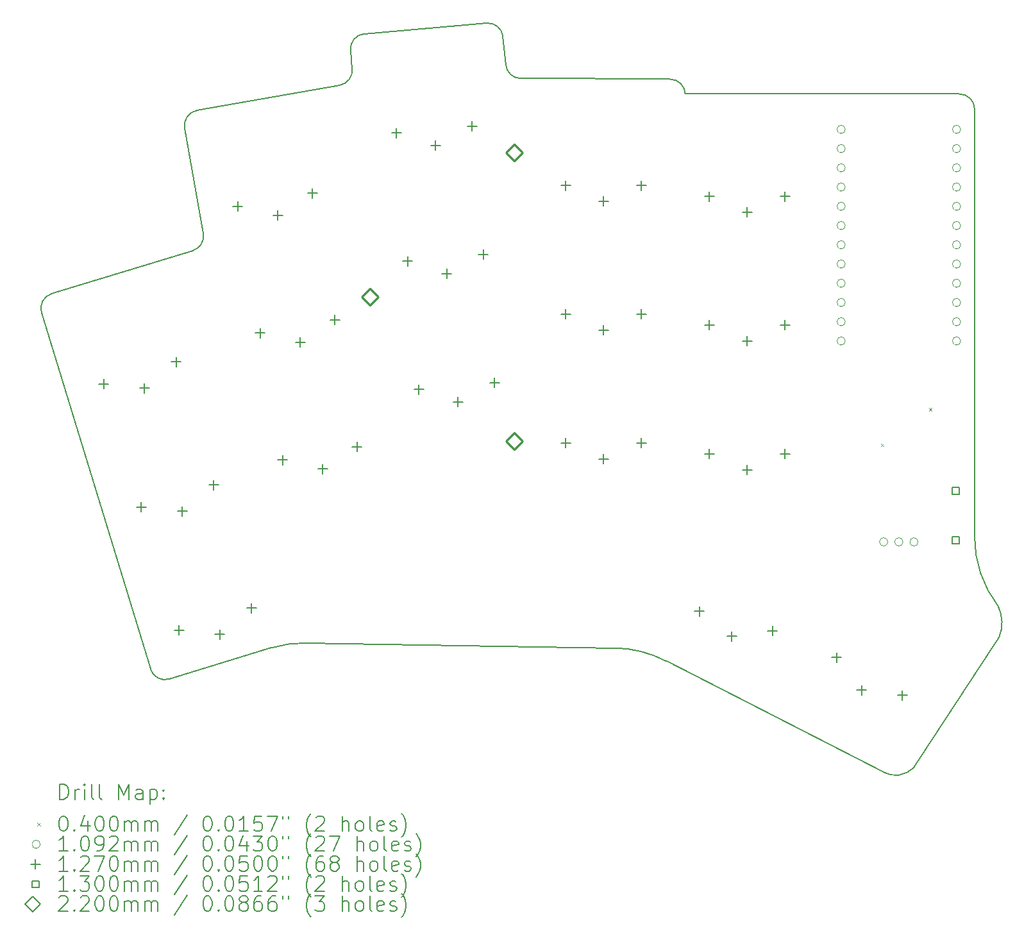
<source format=gbr>
%FSLAX45Y45*%
G04 Gerber Fmt 4.5, Leading zero omitted, Abs format (unit mm)*
G04 Created by KiCad (PCBNEW (6.0.4)) date 2022-05-01 21:13:50*
%MOMM*%
%LPD*%
G01*
G04 APERTURE LIST*
%TA.AperFunction,Profile*%
%ADD10C,0.150000*%
%TD*%
%ADD11C,0.200000*%
%ADD12C,0.040000*%
%ADD13C,0.109220*%
%ADD14C,0.127000*%
%ADD15C,0.130000*%
%ADD16C,0.220000*%
G04 APERTURE END LIST*
D10*
X10251727Y11883106D02*
G75*
G03*
X10450959Y11700537I199233J17424D01*
G01*
X8058800Y11611548D02*
G75*
G03*
X8223309Y11825945I-34731J196962D01*
G01*
X16763999Y4318001D02*
G75*
G03*
X16752859Y4733046I-472509J194990D01*
G01*
X16441111Y5648503D02*
G75*
G03*
X16752859Y4733046I1499999J-3D01*
G01*
X6012082Y11047576D02*
X6257677Y9654738D01*
X11692239Y4180264D02*
X7614896Y4246738D01*
X8383412Y12290698D02*
X9997248Y12431891D01*
X5559296Y3903629D02*
G75*
G03*
X5809038Y3770844I191264J58481D01*
G01*
X5809038Y3770844D02*
X7151887Y4181395D01*
X12620653Y11496648D02*
X14451046Y11496648D01*
X16241109Y11496648D02*
X14451046Y11496648D01*
X10450959Y11700537D02*
X12420716Y11691648D01*
X7614896Y4246737D02*
G75*
G03*
X7151887Y4181395I-24457J-1499797D01*
G01*
X4120834Y8608651D02*
X5559303Y3903631D01*
X10213921Y12250083D02*
G75*
G03*
X9997248Y12431891I-199241J-17433D01*
G01*
X6174314Y11279267D02*
G75*
G03*
X6012083Y11047576I34730J-196961D01*
G01*
X15635421Y2598579D02*
X16764000Y4318000D01*
X12374670Y4003461D02*
G75*
G03*
X11692239Y4180264I-706880J-1323001D01*
G01*
X15240000Y2540000D02*
X12374669Y4003459D01*
X12620656Y11496648D02*
G75*
G03*
X12420716Y11691648I-199936J-4998D01*
G01*
X15239997Y2539995D02*
G75*
G03*
X15635421Y2598579I158233J295765D01*
G01*
X4253621Y8858386D02*
G75*
G03*
X4120834Y8608650I58475J-191261D01*
G01*
X10213918Y12250083D02*
X10251720Y11883106D01*
X6174314Y11279267D02*
X8058800Y11611553D01*
X6119189Y9428752D02*
G75*
G03*
X6257677Y9654738I-58469J191258D01*
G01*
X8383413Y12290696D02*
G75*
G03*
X8201605Y12074028I17427J-199236D01*
G01*
X4253621Y8858386D02*
X6119190Y9428748D01*
X8223309Y11825945D02*
X8201605Y12074028D01*
X16441108Y11296648D02*
G75*
G03*
X16241109Y11496648I-199998J2D01*
G01*
X16441109Y5648503D02*
X16441109Y11296648D01*
D11*
D12*
X15202220Y6880540D02*
X15242220Y6840540D01*
X15242220Y6880540D02*
X15202220Y6840540D01*
X15837220Y7350440D02*
X15877220Y7310440D01*
X15877220Y7350440D02*
X15837220Y7310440D01*
D13*
X14733719Y11028648D02*
G75*
G03*
X14733719Y11028648I-54610J0D01*
G01*
X14733719Y10774648D02*
G75*
G03*
X14733719Y10774648I-54610J0D01*
G01*
X14733719Y10520648D02*
G75*
G03*
X14733719Y10520648I-54610J0D01*
G01*
X14733719Y10266648D02*
G75*
G03*
X14733719Y10266648I-54610J0D01*
G01*
X14733719Y10012648D02*
G75*
G03*
X14733719Y10012648I-54610J0D01*
G01*
X14733719Y9758648D02*
G75*
G03*
X14733719Y9758648I-54610J0D01*
G01*
X14733719Y9504648D02*
G75*
G03*
X14733719Y9504648I-54610J0D01*
G01*
X14733719Y9250648D02*
G75*
G03*
X14733719Y9250648I-54610J0D01*
G01*
X14733719Y8996648D02*
G75*
G03*
X14733719Y8996648I-54610J0D01*
G01*
X14733719Y8742648D02*
G75*
G03*
X14733719Y8742648I-54610J0D01*
G01*
X14733719Y8488648D02*
G75*
G03*
X14733719Y8488648I-54610J0D01*
G01*
X14733719Y8234648D02*
G75*
G03*
X14733719Y8234648I-54610J0D01*
G01*
X15295719Y5581648D02*
G75*
G03*
X15295719Y5581648I-54610J0D01*
G01*
X15495719Y5581648D02*
G75*
G03*
X15495719Y5581648I-54610J0D01*
G01*
X15695719Y5581648D02*
G75*
G03*
X15695719Y5581648I-54610J0D01*
G01*
X16257719Y11028648D02*
G75*
G03*
X16257719Y11028648I-54610J0D01*
G01*
X16257719Y10774648D02*
G75*
G03*
X16257719Y10774648I-54610J0D01*
G01*
X16257719Y10520648D02*
G75*
G03*
X16257719Y10520648I-54610J0D01*
G01*
X16257719Y10266648D02*
G75*
G03*
X16257719Y10266648I-54610J0D01*
G01*
X16257719Y10012648D02*
G75*
G03*
X16257719Y10012648I-54610J0D01*
G01*
X16257719Y9758648D02*
G75*
G03*
X16257719Y9758648I-54610J0D01*
G01*
X16257719Y9504648D02*
G75*
G03*
X16257719Y9504648I-54610J0D01*
G01*
X16257719Y9250648D02*
G75*
G03*
X16257719Y9250648I-54610J0D01*
G01*
X16257719Y8996648D02*
G75*
G03*
X16257719Y8996648I-54610J0D01*
G01*
X16257719Y8742648D02*
G75*
G03*
X16257719Y8742648I-54610J0D01*
G01*
X16257719Y8488648D02*
G75*
G03*
X16257719Y8488648I-54610J0D01*
G01*
X16257719Y8234648D02*
G75*
G03*
X16257719Y8234648I-54610J0D01*
G01*
D14*
X4941853Y7731073D02*
X4941853Y7604073D01*
X4878353Y7667573D02*
X5005353Y7667573D01*
X5438885Y6105354D02*
X5438885Y5978354D01*
X5375385Y6041854D02*
X5502385Y6041854D01*
X5481404Y7676434D02*
X5481404Y7549434D01*
X5417904Y7612934D02*
X5544904Y7612934D01*
X5481404Y7676434D02*
X5481404Y7549434D01*
X5417904Y7612934D02*
X5544904Y7612934D01*
X5898158Y8023444D02*
X5898158Y7896444D01*
X5834658Y7959944D02*
X5961658Y7959944D01*
X5935917Y4479636D02*
X5935917Y4352636D01*
X5872417Y4416136D02*
X5999417Y4416136D01*
X5978435Y6050716D02*
X5978435Y5923716D01*
X5914935Y5987216D02*
X6041935Y5987216D01*
X5978435Y6050716D02*
X5978435Y5923716D01*
X5914935Y5987216D02*
X6041935Y5987216D01*
X6395190Y6397726D02*
X6395190Y6270726D01*
X6331690Y6334226D02*
X6458690Y6334226D01*
X6475467Y4424998D02*
X6475467Y4297998D01*
X6411967Y4361498D02*
X6538967Y4361498D01*
X6475467Y4424998D02*
X6475467Y4297998D01*
X6411967Y4361498D02*
X6538967Y4361498D01*
X6712293Y10076956D02*
X6712293Y9949956D01*
X6648793Y10013456D02*
X6775793Y10013456D01*
X6892222Y4772008D02*
X6892222Y4645008D01*
X6828722Y4708508D02*
X6955722Y4708508D01*
X7007495Y8402783D02*
X7007495Y8275782D01*
X6943995Y8339282D02*
X7070995Y8339282D01*
X7241163Y9956970D02*
X7241163Y9829970D01*
X7177663Y9893470D02*
X7304663Y9893470D01*
X7241163Y9956970D02*
X7241163Y9829970D01*
X7177663Y9893470D02*
X7304663Y9893470D01*
X7302697Y6728609D02*
X7302697Y6601609D01*
X7239197Y6665109D02*
X7366197Y6665109D01*
X7536365Y8282797D02*
X7536365Y8155797D01*
X7472865Y8219297D02*
X7599865Y8219297D01*
X7536365Y8282797D02*
X7536365Y8155797D01*
X7472865Y8219297D02*
X7599865Y8219297D01*
X7697101Y10250604D02*
X7697101Y10123604D01*
X7633601Y10187104D02*
X7760601Y10187104D01*
X7831567Y6608624D02*
X7831567Y6481624D01*
X7768067Y6545124D02*
X7895067Y6545124D01*
X7831567Y6608624D02*
X7831567Y6481624D01*
X7768067Y6545124D02*
X7895067Y6545124D01*
X7992303Y8576431D02*
X7992303Y8449431D01*
X7928803Y8512931D02*
X8055803Y8512931D01*
X8287505Y6902257D02*
X8287505Y6775257D01*
X8224005Y6838757D02*
X8351005Y6838757D01*
X8809021Y11046316D02*
X8809021Y10919316D01*
X8745521Y10982816D02*
X8872521Y10982816D01*
X8957186Y9352785D02*
X8957186Y9225785D01*
X8893686Y9289285D02*
X9020686Y9289285D01*
X9105351Y7659254D02*
X9105351Y7532254D01*
X9041851Y7595754D02*
X9168851Y7595754D01*
X9325422Y10880693D02*
X9325422Y10753693D01*
X9261922Y10817193D02*
X9388922Y10817193D01*
X9325422Y10880693D02*
X9325422Y10753693D01*
X9261922Y10817193D02*
X9388922Y10817193D01*
X9473586Y9187162D02*
X9473586Y9060162D01*
X9410086Y9123662D02*
X9537086Y9123662D01*
X9473586Y9187162D02*
X9473586Y9060162D01*
X9410086Y9123662D02*
X9537086Y9123662D01*
X9621751Y7493631D02*
X9621751Y7366631D01*
X9558251Y7430131D02*
X9685251Y7430131D01*
X9621751Y7493631D02*
X9621751Y7366631D01*
X9558251Y7430131D02*
X9685251Y7430131D01*
X9805216Y11133472D02*
X9805216Y11006472D01*
X9741716Y11069972D02*
X9868716Y11069972D01*
X9953381Y9439941D02*
X9953381Y9312941D01*
X9889881Y9376441D02*
X10016881Y9376441D01*
X10101546Y7746410D02*
X10101546Y7619410D01*
X10038046Y7682910D02*
X10165046Y7682910D01*
X11041109Y10352102D02*
X11041109Y10225102D01*
X10977609Y10288602D02*
X11104609Y10288602D01*
X11041109Y8652102D02*
X11041109Y8525102D01*
X10977609Y8588602D02*
X11104609Y8588602D01*
X11041109Y6952102D02*
X11041109Y6825102D01*
X10977609Y6888602D02*
X11104609Y6888602D01*
X11541109Y10142102D02*
X11541109Y10015102D01*
X11477609Y10078602D02*
X11604609Y10078602D01*
X11541109Y10142102D02*
X11541109Y10015102D01*
X11477609Y10078602D02*
X11604609Y10078602D01*
X11541109Y8442102D02*
X11541109Y8315102D01*
X11477609Y8378602D02*
X11604609Y8378602D01*
X11541109Y8442102D02*
X11541109Y8315102D01*
X11477609Y8378602D02*
X11604609Y8378602D01*
X11541109Y6742102D02*
X11541109Y6615102D01*
X11477609Y6678602D02*
X11604609Y6678602D01*
X11541109Y6742102D02*
X11541109Y6615102D01*
X11477609Y6678602D02*
X11604609Y6678602D01*
X12041109Y10352102D02*
X12041109Y10225102D01*
X11977609Y10288602D02*
X12104609Y10288602D01*
X12041109Y8652102D02*
X12041109Y8525102D01*
X11977609Y8588602D02*
X12104609Y8588602D01*
X12041109Y6952102D02*
X12041109Y6825102D01*
X11977609Y6888602D02*
X12104609Y6888602D01*
X12807790Y4729732D02*
X12807790Y4602732D01*
X12744290Y4666232D02*
X12871290Y4666232D01*
X12937776Y10208129D02*
X12937776Y10081129D01*
X12874276Y10144629D02*
X13001276Y10144629D01*
X12937776Y8508129D02*
X12937776Y8381129D01*
X12874276Y8444629D02*
X13001276Y8444629D01*
X12937776Y6808129D02*
X12937776Y6681129D01*
X12874276Y6744629D02*
X13001276Y6744629D01*
X13236401Y4397478D02*
X13236401Y4270478D01*
X13172901Y4333978D02*
X13299901Y4333978D01*
X13236401Y4397478D02*
X13236401Y4270478D01*
X13172901Y4333978D02*
X13299901Y4333978D01*
X13437776Y9998129D02*
X13437776Y9871129D01*
X13374276Y9934629D02*
X13501276Y9934629D01*
X13437776Y9998129D02*
X13437776Y9871129D01*
X13374276Y9934629D02*
X13501276Y9934629D01*
X13437776Y8298129D02*
X13437776Y8171129D01*
X13374276Y8234629D02*
X13501276Y8234629D01*
X13437776Y8298129D02*
X13437776Y8171129D01*
X13374276Y8234629D02*
X13501276Y8234629D01*
X13437776Y6598129D02*
X13437776Y6471129D01*
X13374276Y6534629D02*
X13501276Y6534629D01*
X13437776Y6598129D02*
X13437776Y6471129D01*
X13374276Y6534629D02*
X13501276Y6534629D01*
X13773716Y4470913D02*
X13773716Y4343913D01*
X13710216Y4407413D02*
X13837216Y4407413D01*
X13937776Y10208129D02*
X13937776Y10081129D01*
X13874276Y10144629D02*
X14001276Y10144629D01*
X13937776Y8508129D02*
X13937776Y8381129D01*
X13874276Y8444629D02*
X14001276Y8444629D01*
X13937776Y6808129D02*
X13937776Y6681129D01*
X13874276Y6744629D02*
X14001276Y6744629D01*
X14619852Y4120432D02*
X14619852Y3993432D01*
X14556352Y4056932D02*
X14683352Y4056932D01*
X14947864Y3688566D02*
X14947864Y3561566D01*
X14884364Y3625066D02*
X15011364Y3625066D01*
X14947864Y3688566D02*
X14947864Y3561566D01*
X14884364Y3625066D02*
X15011364Y3625066D01*
X15485877Y3620432D02*
X15485877Y3493432D01*
X15422377Y3556932D02*
X15549377Y3556932D01*
D15*
X16237071Y6210686D02*
X16237071Y6302611D01*
X16145146Y6302611D01*
X16145146Y6210686D01*
X16237071Y6210686D01*
X16237071Y5560686D02*
X16237071Y5652611D01*
X16145146Y5652611D01*
X16145146Y5560686D01*
X16237071Y5560686D01*
D16*
X8458200Y8703800D02*
X8568200Y8813800D01*
X8458200Y8923800D01*
X8348200Y8813800D01*
X8458200Y8703800D01*
X10363200Y10608800D02*
X10473200Y10718800D01*
X10363200Y10828800D01*
X10253200Y10718800D01*
X10363200Y10608800D01*
X10363200Y6798800D02*
X10473200Y6908800D01*
X10363200Y7018800D01*
X10253200Y6908800D01*
X10363200Y6798800D01*
D11*
X4362214Y2182352D02*
X4362214Y2382352D01*
X4409833Y2382352D01*
X4438405Y2372828D01*
X4457452Y2353780D01*
X4466976Y2334733D01*
X4476500Y2296637D01*
X4476500Y2268066D01*
X4466976Y2229971D01*
X4457452Y2210923D01*
X4438405Y2191875D01*
X4409833Y2182352D01*
X4362214Y2182352D01*
X4562214Y2182352D02*
X4562214Y2315685D01*
X4562214Y2277590D02*
X4571738Y2296637D01*
X4581262Y2306161D01*
X4600309Y2315685D01*
X4619357Y2315685D01*
X4686024Y2182352D02*
X4686024Y2315685D01*
X4686024Y2382352D02*
X4676500Y2372828D01*
X4686024Y2363304D01*
X4695547Y2372828D01*
X4686024Y2382352D01*
X4686024Y2363304D01*
X4809833Y2182352D02*
X4790785Y2191875D01*
X4781262Y2210923D01*
X4781262Y2382352D01*
X4914595Y2182352D02*
X4895547Y2191875D01*
X4886024Y2210923D01*
X4886024Y2382352D01*
X5143166Y2182352D02*
X5143166Y2382352D01*
X5209833Y2239494D01*
X5276500Y2382352D01*
X5276500Y2182352D01*
X5457452Y2182352D02*
X5457452Y2287114D01*
X5447928Y2306161D01*
X5428881Y2315685D01*
X5390785Y2315685D01*
X5371738Y2306161D01*
X5457452Y2191875D02*
X5438405Y2182352D01*
X5390785Y2182352D01*
X5371738Y2191875D01*
X5362214Y2210923D01*
X5362214Y2229971D01*
X5371738Y2249018D01*
X5390785Y2258542D01*
X5438405Y2258542D01*
X5457452Y2268066D01*
X5552690Y2315685D02*
X5552690Y2115685D01*
X5552690Y2306161D02*
X5571738Y2315685D01*
X5609833Y2315685D01*
X5628881Y2306161D01*
X5638404Y2296637D01*
X5647928Y2277590D01*
X5647928Y2220447D01*
X5638404Y2201399D01*
X5628881Y2191875D01*
X5609833Y2182352D01*
X5571738Y2182352D01*
X5552690Y2191875D01*
X5733643Y2201399D02*
X5743166Y2191875D01*
X5733643Y2182352D01*
X5724119Y2191875D01*
X5733643Y2201399D01*
X5733643Y2182352D01*
X5733643Y2306161D02*
X5743166Y2296637D01*
X5733643Y2287114D01*
X5724119Y2296637D01*
X5733643Y2306161D01*
X5733643Y2287114D01*
D12*
X4064595Y1872828D02*
X4104595Y1832828D01*
X4104595Y1872828D02*
X4064595Y1832828D01*
D11*
X4400309Y1962352D02*
X4419357Y1962352D01*
X4438405Y1952828D01*
X4447928Y1943304D01*
X4457452Y1924256D01*
X4466976Y1886161D01*
X4466976Y1838542D01*
X4457452Y1800447D01*
X4447928Y1781399D01*
X4438405Y1771875D01*
X4419357Y1762352D01*
X4400309Y1762352D01*
X4381262Y1771875D01*
X4371738Y1781399D01*
X4362214Y1800447D01*
X4352690Y1838542D01*
X4352690Y1886161D01*
X4362214Y1924256D01*
X4371738Y1943304D01*
X4381262Y1952828D01*
X4400309Y1962352D01*
X4552690Y1781399D02*
X4562214Y1771875D01*
X4552690Y1762352D01*
X4543166Y1771875D01*
X4552690Y1781399D01*
X4552690Y1762352D01*
X4733643Y1895685D02*
X4733643Y1762352D01*
X4686024Y1971875D02*
X4638405Y1829018D01*
X4762214Y1829018D01*
X4876500Y1962352D02*
X4895547Y1962352D01*
X4914595Y1952828D01*
X4924119Y1943304D01*
X4933643Y1924256D01*
X4943166Y1886161D01*
X4943166Y1838542D01*
X4933643Y1800447D01*
X4924119Y1781399D01*
X4914595Y1771875D01*
X4895547Y1762352D01*
X4876500Y1762352D01*
X4857452Y1771875D01*
X4847928Y1781399D01*
X4838405Y1800447D01*
X4828881Y1838542D01*
X4828881Y1886161D01*
X4838405Y1924256D01*
X4847928Y1943304D01*
X4857452Y1952828D01*
X4876500Y1962352D01*
X5066976Y1962352D02*
X5086024Y1962352D01*
X5105071Y1952828D01*
X5114595Y1943304D01*
X5124119Y1924256D01*
X5133643Y1886161D01*
X5133643Y1838542D01*
X5124119Y1800447D01*
X5114595Y1781399D01*
X5105071Y1771875D01*
X5086024Y1762352D01*
X5066976Y1762352D01*
X5047928Y1771875D01*
X5038405Y1781399D01*
X5028881Y1800447D01*
X5019357Y1838542D01*
X5019357Y1886161D01*
X5028881Y1924256D01*
X5038405Y1943304D01*
X5047928Y1952828D01*
X5066976Y1962352D01*
X5219357Y1762352D02*
X5219357Y1895685D01*
X5219357Y1876637D02*
X5228881Y1886161D01*
X5247928Y1895685D01*
X5276500Y1895685D01*
X5295547Y1886161D01*
X5305071Y1867113D01*
X5305071Y1762352D01*
X5305071Y1867113D02*
X5314595Y1886161D01*
X5333643Y1895685D01*
X5362214Y1895685D01*
X5381262Y1886161D01*
X5390785Y1867113D01*
X5390785Y1762352D01*
X5486024Y1762352D02*
X5486024Y1895685D01*
X5486024Y1876637D02*
X5495547Y1886161D01*
X5514595Y1895685D01*
X5543166Y1895685D01*
X5562214Y1886161D01*
X5571738Y1867113D01*
X5571738Y1762352D01*
X5571738Y1867113D02*
X5581262Y1886161D01*
X5600309Y1895685D01*
X5628881Y1895685D01*
X5647928Y1886161D01*
X5657452Y1867113D01*
X5657452Y1762352D01*
X6047928Y1971875D02*
X5876500Y1714732D01*
X6305071Y1962352D02*
X6324119Y1962352D01*
X6343166Y1952828D01*
X6352690Y1943304D01*
X6362214Y1924256D01*
X6371738Y1886161D01*
X6371738Y1838542D01*
X6362214Y1800447D01*
X6352690Y1781399D01*
X6343166Y1771875D01*
X6324119Y1762352D01*
X6305071Y1762352D01*
X6286023Y1771875D01*
X6276500Y1781399D01*
X6266976Y1800447D01*
X6257452Y1838542D01*
X6257452Y1886161D01*
X6266976Y1924256D01*
X6276500Y1943304D01*
X6286023Y1952828D01*
X6305071Y1962352D01*
X6457452Y1781399D02*
X6466976Y1771875D01*
X6457452Y1762352D01*
X6447928Y1771875D01*
X6457452Y1781399D01*
X6457452Y1762352D01*
X6590785Y1962352D02*
X6609833Y1962352D01*
X6628881Y1952828D01*
X6638404Y1943304D01*
X6647928Y1924256D01*
X6657452Y1886161D01*
X6657452Y1838542D01*
X6647928Y1800447D01*
X6638404Y1781399D01*
X6628881Y1771875D01*
X6609833Y1762352D01*
X6590785Y1762352D01*
X6571738Y1771875D01*
X6562214Y1781399D01*
X6552690Y1800447D01*
X6543166Y1838542D01*
X6543166Y1886161D01*
X6552690Y1924256D01*
X6562214Y1943304D01*
X6571738Y1952828D01*
X6590785Y1962352D01*
X6847928Y1762352D02*
X6733643Y1762352D01*
X6790785Y1762352D02*
X6790785Y1962352D01*
X6771738Y1933780D01*
X6752690Y1914732D01*
X6733643Y1905209D01*
X7028881Y1962352D02*
X6933643Y1962352D01*
X6924119Y1867113D01*
X6933643Y1876637D01*
X6952690Y1886161D01*
X7000309Y1886161D01*
X7019357Y1876637D01*
X7028881Y1867113D01*
X7038404Y1848066D01*
X7038404Y1800447D01*
X7028881Y1781399D01*
X7019357Y1771875D01*
X7000309Y1762352D01*
X6952690Y1762352D01*
X6933643Y1771875D01*
X6924119Y1781399D01*
X7105071Y1962352D02*
X7238404Y1962352D01*
X7152690Y1762352D01*
X7305071Y1962352D02*
X7305071Y1924256D01*
X7381262Y1962352D02*
X7381262Y1924256D01*
X7676500Y1686161D02*
X7666976Y1695685D01*
X7647928Y1724256D01*
X7638404Y1743304D01*
X7628881Y1771875D01*
X7619357Y1819494D01*
X7619357Y1857590D01*
X7628881Y1905209D01*
X7638404Y1933780D01*
X7647928Y1952828D01*
X7666976Y1981399D01*
X7676500Y1990923D01*
X7743166Y1943304D02*
X7752690Y1952828D01*
X7771738Y1962352D01*
X7819357Y1962352D01*
X7838404Y1952828D01*
X7847928Y1943304D01*
X7857452Y1924256D01*
X7857452Y1905209D01*
X7847928Y1876637D01*
X7733643Y1762352D01*
X7857452Y1762352D01*
X8095547Y1762352D02*
X8095547Y1962352D01*
X8181262Y1762352D02*
X8181262Y1867113D01*
X8171738Y1886161D01*
X8152690Y1895685D01*
X8124119Y1895685D01*
X8105071Y1886161D01*
X8095547Y1876637D01*
X8305071Y1762352D02*
X8286023Y1771875D01*
X8276500Y1781399D01*
X8266976Y1800447D01*
X8266976Y1857590D01*
X8276500Y1876637D01*
X8286023Y1886161D01*
X8305071Y1895685D01*
X8333643Y1895685D01*
X8352690Y1886161D01*
X8362214Y1876637D01*
X8371738Y1857590D01*
X8371738Y1800447D01*
X8362214Y1781399D01*
X8352690Y1771875D01*
X8333643Y1762352D01*
X8305071Y1762352D01*
X8486024Y1762352D02*
X8466976Y1771875D01*
X8457452Y1790923D01*
X8457452Y1962352D01*
X8638405Y1771875D02*
X8619357Y1762352D01*
X8581262Y1762352D01*
X8562214Y1771875D01*
X8552690Y1790923D01*
X8552690Y1867113D01*
X8562214Y1886161D01*
X8581262Y1895685D01*
X8619357Y1895685D01*
X8638405Y1886161D01*
X8647928Y1867113D01*
X8647928Y1848066D01*
X8552690Y1829018D01*
X8724119Y1771875D02*
X8743166Y1762352D01*
X8781262Y1762352D01*
X8800309Y1771875D01*
X8809833Y1790923D01*
X8809833Y1800447D01*
X8800309Y1819494D01*
X8781262Y1829018D01*
X8752690Y1829018D01*
X8733643Y1838542D01*
X8724119Y1857590D01*
X8724119Y1867113D01*
X8733643Y1886161D01*
X8752690Y1895685D01*
X8781262Y1895685D01*
X8800309Y1886161D01*
X8876500Y1686161D02*
X8886024Y1695685D01*
X8905071Y1724256D01*
X8914595Y1743304D01*
X8924119Y1771875D01*
X8933643Y1819494D01*
X8933643Y1857590D01*
X8924119Y1905209D01*
X8914595Y1933780D01*
X8905071Y1952828D01*
X8886024Y1981399D01*
X8876500Y1990923D01*
D13*
X4104595Y1588828D02*
G75*
G03*
X4104595Y1588828I-54610J0D01*
G01*
D11*
X4466976Y1498352D02*
X4352690Y1498352D01*
X4409833Y1498352D02*
X4409833Y1698352D01*
X4390785Y1669780D01*
X4371738Y1650732D01*
X4352690Y1641209D01*
X4552690Y1517399D02*
X4562214Y1507875D01*
X4552690Y1498352D01*
X4543166Y1507875D01*
X4552690Y1517399D01*
X4552690Y1498352D01*
X4686024Y1698352D02*
X4705071Y1698352D01*
X4724119Y1688828D01*
X4733643Y1679304D01*
X4743166Y1660256D01*
X4752690Y1622161D01*
X4752690Y1574542D01*
X4743166Y1536447D01*
X4733643Y1517399D01*
X4724119Y1507875D01*
X4705071Y1498352D01*
X4686024Y1498352D01*
X4666976Y1507875D01*
X4657452Y1517399D01*
X4647928Y1536447D01*
X4638405Y1574542D01*
X4638405Y1622161D01*
X4647928Y1660256D01*
X4657452Y1679304D01*
X4666976Y1688828D01*
X4686024Y1698352D01*
X4847928Y1498352D02*
X4886024Y1498352D01*
X4905071Y1507875D01*
X4914595Y1517399D01*
X4933643Y1545971D01*
X4943166Y1584066D01*
X4943166Y1660256D01*
X4933643Y1679304D01*
X4924119Y1688828D01*
X4905071Y1698352D01*
X4866976Y1698352D01*
X4847928Y1688828D01*
X4838405Y1679304D01*
X4828881Y1660256D01*
X4828881Y1612637D01*
X4838405Y1593590D01*
X4847928Y1584066D01*
X4866976Y1574542D01*
X4905071Y1574542D01*
X4924119Y1584066D01*
X4933643Y1593590D01*
X4943166Y1612637D01*
X5019357Y1679304D02*
X5028881Y1688828D01*
X5047928Y1698352D01*
X5095547Y1698352D01*
X5114595Y1688828D01*
X5124119Y1679304D01*
X5133643Y1660256D01*
X5133643Y1641209D01*
X5124119Y1612637D01*
X5009833Y1498352D01*
X5133643Y1498352D01*
X5219357Y1498352D02*
X5219357Y1631685D01*
X5219357Y1612637D02*
X5228881Y1622161D01*
X5247928Y1631685D01*
X5276500Y1631685D01*
X5295547Y1622161D01*
X5305071Y1603113D01*
X5305071Y1498352D01*
X5305071Y1603113D02*
X5314595Y1622161D01*
X5333643Y1631685D01*
X5362214Y1631685D01*
X5381262Y1622161D01*
X5390785Y1603113D01*
X5390785Y1498352D01*
X5486024Y1498352D02*
X5486024Y1631685D01*
X5486024Y1612637D02*
X5495547Y1622161D01*
X5514595Y1631685D01*
X5543166Y1631685D01*
X5562214Y1622161D01*
X5571738Y1603113D01*
X5571738Y1498352D01*
X5571738Y1603113D02*
X5581262Y1622161D01*
X5600309Y1631685D01*
X5628881Y1631685D01*
X5647928Y1622161D01*
X5657452Y1603113D01*
X5657452Y1498352D01*
X6047928Y1707875D02*
X5876500Y1450732D01*
X6305071Y1698352D02*
X6324119Y1698352D01*
X6343166Y1688828D01*
X6352690Y1679304D01*
X6362214Y1660256D01*
X6371738Y1622161D01*
X6371738Y1574542D01*
X6362214Y1536447D01*
X6352690Y1517399D01*
X6343166Y1507875D01*
X6324119Y1498352D01*
X6305071Y1498352D01*
X6286023Y1507875D01*
X6276500Y1517399D01*
X6266976Y1536447D01*
X6257452Y1574542D01*
X6257452Y1622161D01*
X6266976Y1660256D01*
X6276500Y1679304D01*
X6286023Y1688828D01*
X6305071Y1698352D01*
X6457452Y1517399D02*
X6466976Y1507875D01*
X6457452Y1498352D01*
X6447928Y1507875D01*
X6457452Y1517399D01*
X6457452Y1498352D01*
X6590785Y1698352D02*
X6609833Y1698352D01*
X6628881Y1688828D01*
X6638404Y1679304D01*
X6647928Y1660256D01*
X6657452Y1622161D01*
X6657452Y1574542D01*
X6647928Y1536447D01*
X6638404Y1517399D01*
X6628881Y1507875D01*
X6609833Y1498352D01*
X6590785Y1498352D01*
X6571738Y1507875D01*
X6562214Y1517399D01*
X6552690Y1536447D01*
X6543166Y1574542D01*
X6543166Y1622161D01*
X6552690Y1660256D01*
X6562214Y1679304D01*
X6571738Y1688828D01*
X6590785Y1698352D01*
X6828881Y1631685D02*
X6828881Y1498352D01*
X6781262Y1707875D02*
X6733643Y1565018D01*
X6857452Y1565018D01*
X6914595Y1698352D02*
X7038404Y1698352D01*
X6971738Y1622161D01*
X7000309Y1622161D01*
X7019357Y1612637D01*
X7028881Y1603113D01*
X7038404Y1584066D01*
X7038404Y1536447D01*
X7028881Y1517399D01*
X7019357Y1507875D01*
X7000309Y1498352D01*
X6943166Y1498352D01*
X6924119Y1507875D01*
X6914595Y1517399D01*
X7162214Y1698352D02*
X7181262Y1698352D01*
X7200309Y1688828D01*
X7209833Y1679304D01*
X7219357Y1660256D01*
X7228881Y1622161D01*
X7228881Y1574542D01*
X7219357Y1536447D01*
X7209833Y1517399D01*
X7200309Y1507875D01*
X7181262Y1498352D01*
X7162214Y1498352D01*
X7143166Y1507875D01*
X7133643Y1517399D01*
X7124119Y1536447D01*
X7114595Y1574542D01*
X7114595Y1622161D01*
X7124119Y1660256D01*
X7133643Y1679304D01*
X7143166Y1688828D01*
X7162214Y1698352D01*
X7305071Y1698352D02*
X7305071Y1660256D01*
X7381262Y1698352D02*
X7381262Y1660256D01*
X7676500Y1422161D02*
X7666976Y1431685D01*
X7647928Y1460256D01*
X7638404Y1479304D01*
X7628881Y1507875D01*
X7619357Y1555494D01*
X7619357Y1593590D01*
X7628881Y1641209D01*
X7638404Y1669780D01*
X7647928Y1688828D01*
X7666976Y1717399D01*
X7676500Y1726923D01*
X7743166Y1679304D02*
X7752690Y1688828D01*
X7771738Y1698352D01*
X7819357Y1698352D01*
X7838404Y1688828D01*
X7847928Y1679304D01*
X7857452Y1660256D01*
X7857452Y1641209D01*
X7847928Y1612637D01*
X7733643Y1498352D01*
X7857452Y1498352D01*
X7924119Y1698352D02*
X8057452Y1698352D01*
X7971738Y1498352D01*
X8286023Y1498352D02*
X8286023Y1698352D01*
X8371738Y1498352D02*
X8371738Y1603113D01*
X8362214Y1622161D01*
X8343166Y1631685D01*
X8314595Y1631685D01*
X8295547Y1622161D01*
X8286023Y1612637D01*
X8495547Y1498352D02*
X8476500Y1507875D01*
X8466976Y1517399D01*
X8457452Y1536447D01*
X8457452Y1593590D01*
X8466976Y1612637D01*
X8476500Y1622161D01*
X8495547Y1631685D01*
X8524119Y1631685D01*
X8543166Y1622161D01*
X8552690Y1612637D01*
X8562214Y1593590D01*
X8562214Y1536447D01*
X8552690Y1517399D01*
X8543166Y1507875D01*
X8524119Y1498352D01*
X8495547Y1498352D01*
X8676500Y1498352D02*
X8657452Y1507875D01*
X8647928Y1526923D01*
X8647928Y1698352D01*
X8828881Y1507875D02*
X8809833Y1498352D01*
X8771738Y1498352D01*
X8752690Y1507875D01*
X8743166Y1526923D01*
X8743166Y1603113D01*
X8752690Y1622161D01*
X8771738Y1631685D01*
X8809833Y1631685D01*
X8828881Y1622161D01*
X8838405Y1603113D01*
X8838405Y1584066D01*
X8743166Y1565018D01*
X8914595Y1507875D02*
X8933643Y1498352D01*
X8971738Y1498352D01*
X8990785Y1507875D01*
X9000309Y1526923D01*
X9000309Y1536447D01*
X8990785Y1555494D01*
X8971738Y1565018D01*
X8943166Y1565018D01*
X8924119Y1574542D01*
X8914595Y1593590D01*
X8914595Y1603113D01*
X8924119Y1622161D01*
X8943166Y1631685D01*
X8971738Y1631685D01*
X8990785Y1622161D01*
X9066976Y1422161D02*
X9076500Y1431685D01*
X9095547Y1460256D01*
X9105071Y1479304D01*
X9114595Y1507875D01*
X9124119Y1555494D01*
X9124119Y1593590D01*
X9114595Y1641209D01*
X9105071Y1669780D01*
X9095547Y1688828D01*
X9076500Y1717399D01*
X9066976Y1726923D01*
D14*
X4041095Y1388328D02*
X4041095Y1261328D01*
X3977595Y1324828D02*
X4104595Y1324828D01*
D11*
X4466976Y1234352D02*
X4352690Y1234352D01*
X4409833Y1234352D02*
X4409833Y1434352D01*
X4390785Y1405780D01*
X4371738Y1386733D01*
X4352690Y1377209D01*
X4552690Y1253399D02*
X4562214Y1243875D01*
X4552690Y1234352D01*
X4543166Y1243875D01*
X4552690Y1253399D01*
X4552690Y1234352D01*
X4638405Y1415304D02*
X4647928Y1424828D01*
X4666976Y1434352D01*
X4714595Y1434352D01*
X4733643Y1424828D01*
X4743166Y1415304D01*
X4752690Y1396256D01*
X4752690Y1377209D01*
X4743166Y1348637D01*
X4628881Y1234352D01*
X4752690Y1234352D01*
X4819357Y1434352D02*
X4952690Y1434352D01*
X4866976Y1234352D01*
X5066976Y1434352D02*
X5086024Y1434352D01*
X5105071Y1424828D01*
X5114595Y1415304D01*
X5124119Y1396256D01*
X5133643Y1358161D01*
X5133643Y1310542D01*
X5124119Y1272447D01*
X5114595Y1253399D01*
X5105071Y1243875D01*
X5086024Y1234352D01*
X5066976Y1234352D01*
X5047928Y1243875D01*
X5038405Y1253399D01*
X5028881Y1272447D01*
X5019357Y1310542D01*
X5019357Y1358161D01*
X5028881Y1396256D01*
X5038405Y1415304D01*
X5047928Y1424828D01*
X5066976Y1434352D01*
X5219357Y1234352D02*
X5219357Y1367685D01*
X5219357Y1348637D02*
X5228881Y1358161D01*
X5247928Y1367685D01*
X5276500Y1367685D01*
X5295547Y1358161D01*
X5305071Y1339114D01*
X5305071Y1234352D01*
X5305071Y1339114D02*
X5314595Y1358161D01*
X5333643Y1367685D01*
X5362214Y1367685D01*
X5381262Y1358161D01*
X5390785Y1339114D01*
X5390785Y1234352D01*
X5486024Y1234352D02*
X5486024Y1367685D01*
X5486024Y1348637D02*
X5495547Y1358161D01*
X5514595Y1367685D01*
X5543166Y1367685D01*
X5562214Y1358161D01*
X5571738Y1339114D01*
X5571738Y1234352D01*
X5571738Y1339114D02*
X5581262Y1358161D01*
X5600309Y1367685D01*
X5628881Y1367685D01*
X5647928Y1358161D01*
X5657452Y1339114D01*
X5657452Y1234352D01*
X6047928Y1443875D02*
X5876500Y1186733D01*
X6305071Y1434352D02*
X6324119Y1434352D01*
X6343166Y1424828D01*
X6352690Y1415304D01*
X6362214Y1396256D01*
X6371738Y1358161D01*
X6371738Y1310542D01*
X6362214Y1272447D01*
X6352690Y1253399D01*
X6343166Y1243875D01*
X6324119Y1234352D01*
X6305071Y1234352D01*
X6286023Y1243875D01*
X6276500Y1253399D01*
X6266976Y1272447D01*
X6257452Y1310542D01*
X6257452Y1358161D01*
X6266976Y1396256D01*
X6276500Y1415304D01*
X6286023Y1424828D01*
X6305071Y1434352D01*
X6457452Y1253399D02*
X6466976Y1243875D01*
X6457452Y1234352D01*
X6447928Y1243875D01*
X6457452Y1253399D01*
X6457452Y1234352D01*
X6590785Y1434352D02*
X6609833Y1434352D01*
X6628881Y1424828D01*
X6638404Y1415304D01*
X6647928Y1396256D01*
X6657452Y1358161D01*
X6657452Y1310542D01*
X6647928Y1272447D01*
X6638404Y1253399D01*
X6628881Y1243875D01*
X6609833Y1234352D01*
X6590785Y1234352D01*
X6571738Y1243875D01*
X6562214Y1253399D01*
X6552690Y1272447D01*
X6543166Y1310542D01*
X6543166Y1358161D01*
X6552690Y1396256D01*
X6562214Y1415304D01*
X6571738Y1424828D01*
X6590785Y1434352D01*
X6838404Y1434352D02*
X6743166Y1434352D01*
X6733643Y1339114D01*
X6743166Y1348637D01*
X6762214Y1358161D01*
X6809833Y1358161D01*
X6828881Y1348637D01*
X6838404Y1339114D01*
X6847928Y1320066D01*
X6847928Y1272447D01*
X6838404Y1253399D01*
X6828881Y1243875D01*
X6809833Y1234352D01*
X6762214Y1234352D01*
X6743166Y1243875D01*
X6733643Y1253399D01*
X6971738Y1434352D02*
X6990785Y1434352D01*
X7009833Y1424828D01*
X7019357Y1415304D01*
X7028881Y1396256D01*
X7038404Y1358161D01*
X7038404Y1310542D01*
X7028881Y1272447D01*
X7019357Y1253399D01*
X7009833Y1243875D01*
X6990785Y1234352D01*
X6971738Y1234352D01*
X6952690Y1243875D01*
X6943166Y1253399D01*
X6933643Y1272447D01*
X6924119Y1310542D01*
X6924119Y1358161D01*
X6933643Y1396256D01*
X6943166Y1415304D01*
X6952690Y1424828D01*
X6971738Y1434352D01*
X7162214Y1434352D02*
X7181262Y1434352D01*
X7200309Y1424828D01*
X7209833Y1415304D01*
X7219357Y1396256D01*
X7228881Y1358161D01*
X7228881Y1310542D01*
X7219357Y1272447D01*
X7209833Y1253399D01*
X7200309Y1243875D01*
X7181262Y1234352D01*
X7162214Y1234352D01*
X7143166Y1243875D01*
X7133643Y1253399D01*
X7124119Y1272447D01*
X7114595Y1310542D01*
X7114595Y1358161D01*
X7124119Y1396256D01*
X7133643Y1415304D01*
X7143166Y1424828D01*
X7162214Y1434352D01*
X7305071Y1434352D02*
X7305071Y1396256D01*
X7381262Y1434352D02*
X7381262Y1396256D01*
X7676500Y1158161D02*
X7666976Y1167685D01*
X7647928Y1196256D01*
X7638404Y1215304D01*
X7628881Y1243875D01*
X7619357Y1291494D01*
X7619357Y1329590D01*
X7628881Y1377209D01*
X7638404Y1405780D01*
X7647928Y1424828D01*
X7666976Y1453399D01*
X7676500Y1462923D01*
X7838404Y1434352D02*
X7800309Y1434352D01*
X7781262Y1424828D01*
X7771738Y1415304D01*
X7752690Y1386733D01*
X7743166Y1348637D01*
X7743166Y1272447D01*
X7752690Y1253399D01*
X7762214Y1243875D01*
X7781262Y1234352D01*
X7819357Y1234352D01*
X7838404Y1243875D01*
X7847928Y1253399D01*
X7857452Y1272447D01*
X7857452Y1320066D01*
X7847928Y1339114D01*
X7838404Y1348637D01*
X7819357Y1358161D01*
X7781262Y1358161D01*
X7762214Y1348637D01*
X7752690Y1339114D01*
X7743166Y1320066D01*
X7971738Y1348637D02*
X7952690Y1358161D01*
X7943166Y1367685D01*
X7933643Y1386733D01*
X7933643Y1396256D01*
X7943166Y1415304D01*
X7952690Y1424828D01*
X7971738Y1434352D01*
X8009833Y1434352D01*
X8028881Y1424828D01*
X8038404Y1415304D01*
X8047928Y1396256D01*
X8047928Y1386733D01*
X8038404Y1367685D01*
X8028881Y1358161D01*
X8009833Y1348637D01*
X7971738Y1348637D01*
X7952690Y1339114D01*
X7943166Y1329590D01*
X7933643Y1310542D01*
X7933643Y1272447D01*
X7943166Y1253399D01*
X7952690Y1243875D01*
X7971738Y1234352D01*
X8009833Y1234352D01*
X8028881Y1243875D01*
X8038404Y1253399D01*
X8047928Y1272447D01*
X8047928Y1310542D01*
X8038404Y1329590D01*
X8028881Y1339114D01*
X8009833Y1348637D01*
X8286023Y1234352D02*
X8286023Y1434352D01*
X8371738Y1234352D02*
X8371738Y1339114D01*
X8362214Y1358161D01*
X8343166Y1367685D01*
X8314595Y1367685D01*
X8295547Y1358161D01*
X8286023Y1348637D01*
X8495547Y1234352D02*
X8476500Y1243875D01*
X8466976Y1253399D01*
X8457452Y1272447D01*
X8457452Y1329590D01*
X8466976Y1348637D01*
X8476500Y1358161D01*
X8495547Y1367685D01*
X8524119Y1367685D01*
X8543166Y1358161D01*
X8552690Y1348637D01*
X8562214Y1329590D01*
X8562214Y1272447D01*
X8552690Y1253399D01*
X8543166Y1243875D01*
X8524119Y1234352D01*
X8495547Y1234352D01*
X8676500Y1234352D02*
X8657452Y1243875D01*
X8647928Y1262923D01*
X8647928Y1434352D01*
X8828881Y1243875D02*
X8809833Y1234352D01*
X8771738Y1234352D01*
X8752690Y1243875D01*
X8743166Y1262923D01*
X8743166Y1339114D01*
X8752690Y1358161D01*
X8771738Y1367685D01*
X8809833Y1367685D01*
X8828881Y1358161D01*
X8838405Y1339114D01*
X8838405Y1320066D01*
X8743166Y1301018D01*
X8914595Y1243875D02*
X8933643Y1234352D01*
X8971738Y1234352D01*
X8990785Y1243875D01*
X9000309Y1262923D01*
X9000309Y1272447D01*
X8990785Y1291494D01*
X8971738Y1301018D01*
X8943166Y1301018D01*
X8924119Y1310542D01*
X8914595Y1329590D01*
X8914595Y1339114D01*
X8924119Y1358161D01*
X8943166Y1367685D01*
X8971738Y1367685D01*
X8990785Y1358161D01*
X9066976Y1158161D02*
X9076500Y1167685D01*
X9095547Y1196256D01*
X9105071Y1215304D01*
X9114595Y1243875D01*
X9124119Y1291494D01*
X9124119Y1329590D01*
X9114595Y1377209D01*
X9105071Y1405780D01*
X9095547Y1424828D01*
X9076500Y1453399D01*
X9066976Y1462923D01*
D15*
X4085557Y1014865D02*
X4085557Y1106790D01*
X3993633Y1106790D01*
X3993633Y1014865D01*
X4085557Y1014865D01*
D11*
X4466976Y970352D02*
X4352690Y970352D01*
X4409833Y970352D02*
X4409833Y1170352D01*
X4390785Y1141780D01*
X4371738Y1122733D01*
X4352690Y1113209D01*
X4552690Y989399D02*
X4562214Y979875D01*
X4552690Y970352D01*
X4543166Y979875D01*
X4552690Y989399D01*
X4552690Y970352D01*
X4628881Y1170352D02*
X4752690Y1170352D01*
X4686024Y1094161D01*
X4714595Y1094161D01*
X4733643Y1084637D01*
X4743166Y1075114D01*
X4752690Y1056066D01*
X4752690Y1008447D01*
X4743166Y989399D01*
X4733643Y979875D01*
X4714595Y970352D01*
X4657452Y970352D01*
X4638405Y979875D01*
X4628881Y989399D01*
X4876500Y1170352D02*
X4895547Y1170352D01*
X4914595Y1160828D01*
X4924119Y1151304D01*
X4933643Y1132256D01*
X4943166Y1094161D01*
X4943166Y1046542D01*
X4933643Y1008447D01*
X4924119Y989399D01*
X4914595Y979875D01*
X4895547Y970352D01*
X4876500Y970352D01*
X4857452Y979875D01*
X4847928Y989399D01*
X4838405Y1008447D01*
X4828881Y1046542D01*
X4828881Y1094161D01*
X4838405Y1132256D01*
X4847928Y1151304D01*
X4857452Y1160828D01*
X4876500Y1170352D01*
X5066976Y1170352D02*
X5086024Y1170352D01*
X5105071Y1160828D01*
X5114595Y1151304D01*
X5124119Y1132256D01*
X5133643Y1094161D01*
X5133643Y1046542D01*
X5124119Y1008447D01*
X5114595Y989399D01*
X5105071Y979875D01*
X5086024Y970352D01*
X5066976Y970352D01*
X5047928Y979875D01*
X5038405Y989399D01*
X5028881Y1008447D01*
X5019357Y1046542D01*
X5019357Y1094161D01*
X5028881Y1132256D01*
X5038405Y1151304D01*
X5047928Y1160828D01*
X5066976Y1170352D01*
X5219357Y970352D02*
X5219357Y1103685D01*
X5219357Y1084637D02*
X5228881Y1094161D01*
X5247928Y1103685D01*
X5276500Y1103685D01*
X5295547Y1094161D01*
X5305071Y1075114D01*
X5305071Y970352D01*
X5305071Y1075114D02*
X5314595Y1094161D01*
X5333643Y1103685D01*
X5362214Y1103685D01*
X5381262Y1094161D01*
X5390785Y1075114D01*
X5390785Y970352D01*
X5486024Y970352D02*
X5486024Y1103685D01*
X5486024Y1084637D02*
X5495547Y1094161D01*
X5514595Y1103685D01*
X5543166Y1103685D01*
X5562214Y1094161D01*
X5571738Y1075114D01*
X5571738Y970352D01*
X5571738Y1075114D02*
X5581262Y1094161D01*
X5600309Y1103685D01*
X5628881Y1103685D01*
X5647928Y1094161D01*
X5657452Y1075114D01*
X5657452Y970352D01*
X6047928Y1179875D02*
X5876500Y922732D01*
X6305071Y1170352D02*
X6324119Y1170352D01*
X6343166Y1160828D01*
X6352690Y1151304D01*
X6362214Y1132256D01*
X6371738Y1094161D01*
X6371738Y1046542D01*
X6362214Y1008447D01*
X6352690Y989399D01*
X6343166Y979875D01*
X6324119Y970352D01*
X6305071Y970352D01*
X6286023Y979875D01*
X6276500Y989399D01*
X6266976Y1008447D01*
X6257452Y1046542D01*
X6257452Y1094161D01*
X6266976Y1132256D01*
X6276500Y1151304D01*
X6286023Y1160828D01*
X6305071Y1170352D01*
X6457452Y989399D02*
X6466976Y979875D01*
X6457452Y970352D01*
X6447928Y979875D01*
X6457452Y989399D01*
X6457452Y970352D01*
X6590785Y1170352D02*
X6609833Y1170352D01*
X6628881Y1160828D01*
X6638404Y1151304D01*
X6647928Y1132256D01*
X6657452Y1094161D01*
X6657452Y1046542D01*
X6647928Y1008447D01*
X6638404Y989399D01*
X6628881Y979875D01*
X6609833Y970352D01*
X6590785Y970352D01*
X6571738Y979875D01*
X6562214Y989399D01*
X6552690Y1008447D01*
X6543166Y1046542D01*
X6543166Y1094161D01*
X6552690Y1132256D01*
X6562214Y1151304D01*
X6571738Y1160828D01*
X6590785Y1170352D01*
X6838404Y1170352D02*
X6743166Y1170352D01*
X6733643Y1075114D01*
X6743166Y1084637D01*
X6762214Y1094161D01*
X6809833Y1094161D01*
X6828881Y1084637D01*
X6838404Y1075114D01*
X6847928Y1056066D01*
X6847928Y1008447D01*
X6838404Y989399D01*
X6828881Y979875D01*
X6809833Y970352D01*
X6762214Y970352D01*
X6743166Y979875D01*
X6733643Y989399D01*
X7038404Y970352D02*
X6924119Y970352D01*
X6981262Y970352D02*
X6981262Y1170352D01*
X6962214Y1141780D01*
X6943166Y1122733D01*
X6924119Y1113209D01*
X7114595Y1151304D02*
X7124119Y1160828D01*
X7143166Y1170352D01*
X7190785Y1170352D01*
X7209833Y1160828D01*
X7219357Y1151304D01*
X7228881Y1132256D01*
X7228881Y1113209D01*
X7219357Y1084637D01*
X7105071Y970352D01*
X7228881Y970352D01*
X7305071Y1170352D02*
X7305071Y1132256D01*
X7381262Y1170352D02*
X7381262Y1132256D01*
X7676500Y894161D02*
X7666976Y903685D01*
X7647928Y932256D01*
X7638404Y951304D01*
X7628881Y979875D01*
X7619357Y1027494D01*
X7619357Y1065590D01*
X7628881Y1113209D01*
X7638404Y1141780D01*
X7647928Y1160828D01*
X7666976Y1189399D01*
X7676500Y1198923D01*
X7743166Y1151304D02*
X7752690Y1160828D01*
X7771738Y1170352D01*
X7819357Y1170352D01*
X7838404Y1160828D01*
X7847928Y1151304D01*
X7857452Y1132256D01*
X7857452Y1113209D01*
X7847928Y1084637D01*
X7733643Y970352D01*
X7857452Y970352D01*
X8095547Y970352D02*
X8095547Y1170352D01*
X8181262Y970352D02*
X8181262Y1075114D01*
X8171738Y1094161D01*
X8152690Y1103685D01*
X8124119Y1103685D01*
X8105071Y1094161D01*
X8095547Y1084637D01*
X8305071Y970352D02*
X8286023Y979875D01*
X8276500Y989399D01*
X8266976Y1008447D01*
X8266976Y1065590D01*
X8276500Y1084637D01*
X8286023Y1094161D01*
X8305071Y1103685D01*
X8333643Y1103685D01*
X8352690Y1094161D01*
X8362214Y1084637D01*
X8371738Y1065590D01*
X8371738Y1008447D01*
X8362214Y989399D01*
X8352690Y979875D01*
X8333643Y970352D01*
X8305071Y970352D01*
X8486024Y970352D02*
X8466976Y979875D01*
X8457452Y998923D01*
X8457452Y1170352D01*
X8638405Y979875D02*
X8619357Y970352D01*
X8581262Y970352D01*
X8562214Y979875D01*
X8552690Y998923D01*
X8552690Y1075114D01*
X8562214Y1094161D01*
X8581262Y1103685D01*
X8619357Y1103685D01*
X8638405Y1094161D01*
X8647928Y1075114D01*
X8647928Y1056066D01*
X8552690Y1037018D01*
X8724119Y979875D02*
X8743166Y970352D01*
X8781262Y970352D01*
X8800309Y979875D01*
X8809833Y998923D01*
X8809833Y1008447D01*
X8800309Y1027494D01*
X8781262Y1037018D01*
X8752690Y1037018D01*
X8733643Y1046542D01*
X8724119Y1065590D01*
X8724119Y1075114D01*
X8733643Y1094161D01*
X8752690Y1103685D01*
X8781262Y1103685D01*
X8800309Y1094161D01*
X8876500Y894161D02*
X8886024Y903685D01*
X8905071Y932256D01*
X8914595Y951304D01*
X8924119Y979875D01*
X8933643Y1027494D01*
X8933643Y1065590D01*
X8924119Y1113209D01*
X8914595Y1141780D01*
X8905071Y1160828D01*
X8886024Y1189399D01*
X8876500Y1198923D01*
X4004595Y696828D02*
X4104595Y796828D01*
X4004595Y896828D01*
X3904595Y796828D01*
X4004595Y696828D01*
X4352690Y887304D02*
X4362214Y896828D01*
X4381262Y906352D01*
X4428881Y906352D01*
X4447928Y896828D01*
X4457452Y887304D01*
X4466976Y868256D01*
X4466976Y849209D01*
X4457452Y820637D01*
X4343166Y706352D01*
X4466976Y706352D01*
X4552690Y725399D02*
X4562214Y715875D01*
X4552690Y706352D01*
X4543166Y715875D01*
X4552690Y725399D01*
X4552690Y706352D01*
X4638405Y887304D02*
X4647928Y896828D01*
X4666976Y906352D01*
X4714595Y906352D01*
X4733643Y896828D01*
X4743166Y887304D01*
X4752690Y868256D01*
X4752690Y849209D01*
X4743166Y820637D01*
X4628881Y706352D01*
X4752690Y706352D01*
X4876500Y906352D02*
X4895547Y906352D01*
X4914595Y896828D01*
X4924119Y887304D01*
X4933643Y868256D01*
X4943166Y830161D01*
X4943166Y782542D01*
X4933643Y744447D01*
X4924119Y725399D01*
X4914595Y715875D01*
X4895547Y706352D01*
X4876500Y706352D01*
X4857452Y715875D01*
X4847928Y725399D01*
X4838405Y744447D01*
X4828881Y782542D01*
X4828881Y830161D01*
X4838405Y868256D01*
X4847928Y887304D01*
X4857452Y896828D01*
X4876500Y906352D01*
X5066976Y906352D02*
X5086024Y906352D01*
X5105071Y896828D01*
X5114595Y887304D01*
X5124119Y868256D01*
X5133643Y830161D01*
X5133643Y782542D01*
X5124119Y744447D01*
X5114595Y725399D01*
X5105071Y715875D01*
X5086024Y706352D01*
X5066976Y706352D01*
X5047928Y715875D01*
X5038405Y725399D01*
X5028881Y744447D01*
X5019357Y782542D01*
X5019357Y830161D01*
X5028881Y868256D01*
X5038405Y887304D01*
X5047928Y896828D01*
X5066976Y906352D01*
X5219357Y706352D02*
X5219357Y839685D01*
X5219357Y820637D02*
X5228881Y830161D01*
X5247928Y839685D01*
X5276500Y839685D01*
X5295547Y830161D01*
X5305071Y811113D01*
X5305071Y706352D01*
X5305071Y811113D02*
X5314595Y830161D01*
X5333643Y839685D01*
X5362214Y839685D01*
X5381262Y830161D01*
X5390785Y811113D01*
X5390785Y706352D01*
X5486024Y706352D02*
X5486024Y839685D01*
X5486024Y820637D02*
X5495547Y830161D01*
X5514595Y839685D01*
X5543166Y839685D01*
X5562214Y830161D01*
X5571738Y811113D01*
X5571738Y706352D01*
X5571738Y811113D02*
X5581262Y830161D01*
X5600309Y839685D01*
X5628881Y839685D01*
X5647928Y830161D01*
X5657452Y811113D01*
X5657452Y706352D01*
X6047928Y915875D02*
X5876500Y658733D01*
X6305071Y906352D02*
X6324119Y906352D01*
X6343166Y896828D01*
X6352690Y887304D01*
X6362214Y868256D01*
X6371738Y830161D01*
X6371738Y782542D01*
X6362214Y744447D01*
X6352690Y725399D01*
X6343166Y715875D01*
X6324119Y706352D01*
X6305071Y706352D01*
X6286023Y715875D01*
X6276500Y725399D01*
X6266976Y744447D01*
X6257452Y782542D01*
X6257452Y830161D01*
X6266976Y868256D01*
X6276500Y887304D01*
X6286023Y896828D01*
X6305071Y906352D01*
X6457452Y725399D02*
X6466976Y715875D01*
X6457452Y706352D01*
X6447928Y715875D01*
X6457452Y725399D01*
X6457452Y706352D01*
X6590785Y906352D02*
X6609833Y906352D01*
X6628881Y896828D01*
X6638404Y887304D01*
X6647928Y868256D01*
X6657452Y830161D01*
X6657452Y782542D01*
X6647928Y744447D01*
X6638404Y725399D01*
X6628881Y715875D01*
X6609833Y706352D01*
X6590785Y706352D01*
X6571738Y715875D01*
X6562214Y725399D01*
X6552690Y744447D01*
X6543166Y782542D01*
X6543166Y830161D01*
X6552690Y868256D01*
X6562214Y887304D01*
X6571738Y896828D01*
X6590785Y906352D01*
X6771738Y820637D02*
X6752690Y830161D01*
X6743166Y839685D01*
X6733643Y858732D01*
X6733643Y868256D01*
X6743166Y887304D01*
X6752690Y896828D01*
X6771738Y906352D01*
X6809833Y906352D01*
X6828881Y896828D01*
X6838404Y887304D01*
X6847928Y868256D01*
X6847928Y858732D01*
X6838404Y839685D01*
X6828881Y830161D01*
X6809833Y820637D01*
X6771738Y820637D01*
X6752690Y811113D01*
X6743166Y801590D01*
X6733643Y782542D01*
X6733643Y744447D01*
X6743166Y725399D01*
X6752690Y715875D01*
X6771738Y706352D01*
X6809833Y706352D01*
X6828881Y715875D01*
X6838404Y725399D01*
X6847928Y744447D01*
X6847928Y782542D01*
X6838404Y801590D01*
X6828881Y811113D01*
X6809833Y820637D01*
X7019357Y906352D02*
X6981262Y906352D01*
X6962214Y896828D01*
X6952690Y887304D01*
X6933643Y858732D01*
X6924119Y820637D01*
X6924119Y744447D01*
X6933643Y725399D01*
X6943166Y715875D01*
X6962214Y706352D01*
X7000309Y706352D01*
X7019357Y715875D01*
X7028881Y725399D01*
X7038404Y744447D01*
X7038404Y792066D01*
X7028881Y811113D01*
X7019357Y820637D01*
X7000309Y830161D01*
X6962214Y830161D01*
X6943166Y820637D01*
X6933643Y811113D01*
X6924119Y792066D01*
X7209833Y906352D02*
X7171738Y906352D01*
X7152690Y896828D01*
X7143166Y887304D01*
X7124119Y858732D01*
X7114595Y820637D01*
X7114595Y744447D01*
X7124119Y725399D01*
X7133643Y715875D01*
X7152690Y706352D01*
X7190785Y706352D01*
X7209833Y715875D01*
X7219357Y725399D01*
X7228881Y744447D01*
X7228881Y792066D01*
X7219357Y811113D01*
X7209833Y820637D01*
X7190785Y830161D01*
X7152690Y830161D01*
X7133643Y820637D01*
X7124119Y811113D01*
X7114595Y792066D01*
X7305071Y906352D02*
X7305071Y868256D01*
X7381262Y906352D02*
X7381262Y868256D01*
X7676500Y630161D02*
X7666976Y639685D01*
X7647928Y668256D01*
X7638404Y687304D01*
X7628881Y715875D01*
X7619357Y763494D01*
X7619357Y801590D01*
X7628881Y849209D01*
X7638404Y877780D01*
X7647928Y896828D01*
X7666976Y925399D01*
X7676500Y934923D01*
X7733643Y906352D02*
X7857452Y906352D01*
X7790785Y830161D01*
X7819357Y830161D01*
X7838404Y820637D01*
X7847928Y811113D01*
X7857452Y792066D01*
X7857452Y744447D01*
X7847928Y725399D01*
X7838404Y715875D01*
X7819357Y706352D01*
X7762214Y706352D01*
X7743166Y715875D01*
X7733643Y725399D01*
X8095547Y706352D02*
X8095547Y906352D01*
X8181262Y706352D02*
X8181262Y811113D01*
X8171738Y830161D01*
X8152690Y839685D01*
X8124119Y839685D01*
X8105071Y830161D01*
X8095547Y820637D01*
X8305071Y706352D02*
X8286023Y715875D01*
X8276500Y725399D01*
X8266976Y744447D01*
X8266976Y801590D01*
X8276500Y820637D01*
X8286023Y830161D01*
X8305071Y839685D01*
X8333643Y839685D01*
X8352690Y830161D01*
X8362214Y820637D01*
X8371738Y801590D01*
X8371738Y744447D01*
X8362214Y725399D01*
X8352690Y715875D01*
X8333643Y706352D01*
X8305071Y706352D01*
X8486024Y706352D02*
X8466976Y715875D01*
X8457452Y734923D01*
X8457452Y906352D01*
X8638405Y715875D02*
X8619357Y706352D01*
X8581262Y706352D01*
X8562214Y715875D01*
X8552690Y734923D01*
X8552690Y811113D01*
X8562214Y830161D01*
X8581262Y839685D01*
X8619357Y839685D01*
X8638405Y830161D01*
X8647928Y811113D01*
X8647928Y792066D01*
X8552690Y773018D01*
X8724119Y715875D02*
X8743166Y706352D01*
X8781262Y706352D01*
X8800309Y715875D01*
X8809833Y734923D01*
X8809833Y744447D01*
X8800309Y763494D01*
X8781262Y773018D01*
X8752690Y773018D01*
X8733643Y782542D01*
X8724119Y801590D01*
X8724119Y811113D01*
X8733643Y830161D01*
X8752690Y839685D01*
X8781262Y839685D01*
X8800309Y830161D01*
X8876500Y630161D02*
X8886024Y639685D01*
X8905071Y668256D01*
X8914595Y687304D01*
X8924119Y715875D01*
X8933643Y763494D01*
X8933643Y801590D01*
X8924119Y849209D01*
X8914595Y877780D01*
X8905071Y896828D01*
X8886024Y925399D01*
X8876500Y934923D01*
M02*

</source>
